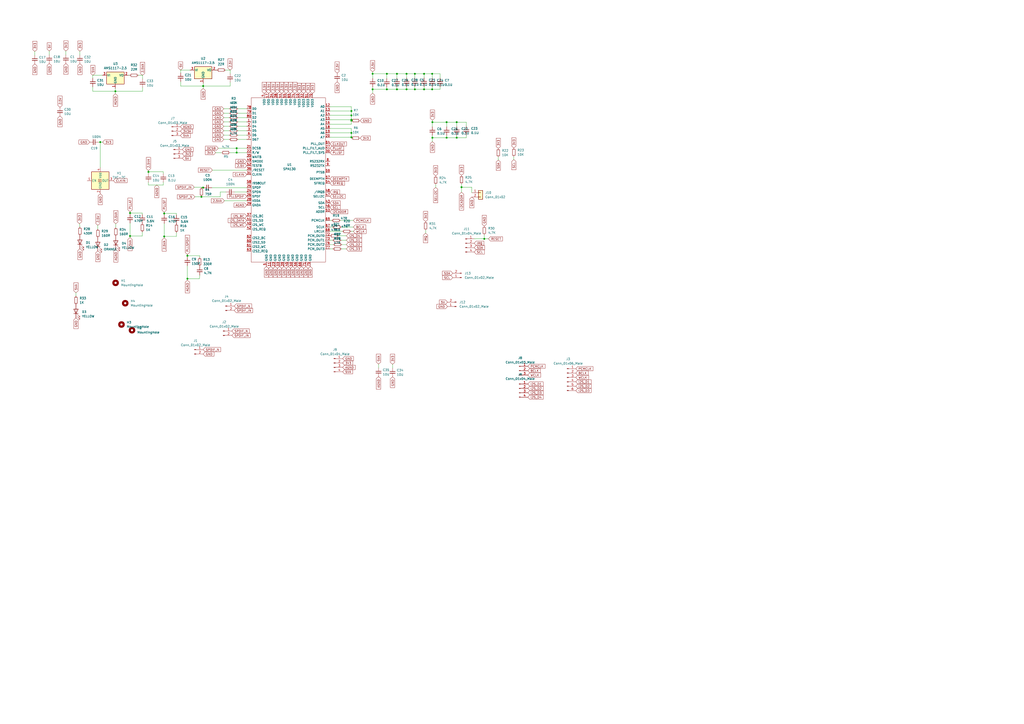
<source format=kicad_sch>
(kicad_sch (version 20230121) (generator eeschema)
  (paper "A2")
  (junction (at 116.84 114.173))
  (junction (at 137.287 88.519))
  (junction (at 259.08 70.866))
  (junction (at 245.999 51.816))
  (junction (at 235.839 42.799))
  (junction (at 250.698 42.799))
  (junction (at 108.712 161.671))
  (junction (at 95.25 123.825))
  (junction (at 267.716 108.585))
  (junction (at 240.665 42.799))
  (junction (at 245.999 42.799))
  (junction (at 216.154 42.799))
  (junction (at 250.825 70.866))
  (junction (at 86.106 99.695))
  (junction (at 203.835 77.089))
  (junction (at 75.438 123.571))
  (junction (at 224.409 51.816))
  (junction (at 250.825 79.883))
  (junction (at 95.25 137.16))
  (junction (at 259.08 79.883))
  (junction (at 216.154 51.816))
  (junction (at 66.929 52.959))
  (junction (at 203.835 79.629))
  (junction (at 230.251 42.799))
  (junction (at 58.166 82.423))
  (junction (at 235.839 51.816))
  (junction (at 137.287 85.979))
  (junction (at 264.922 70.866))
  (junction (at 203.835 64.389))
  (junction (at 280.924 138.557))
  (junction (at 75.438 136.906))
  (junction (at 264.922 79.883))
  (junction (at 240.665 51.816))
  (junction (at 117.856 49.911))
  (junction (at 203.835 69.469))
  (junction (at 203.835 66.929))
  (junction (at 117.856 108.839))
  (junction (at 203.835 69.977))
  (junction (at 224.409 42.799))
  (junction (at 108.712 148.336))
  (junction (at 230.251 51.816))
  (junction (at 250.698 51.816))
  (wire (pts (xy 298.069 90.932) (xy 298.069 92.583)))
  (wire (pts (xy 245.999 51.816) (xy 250.698 51.816)))
  (wire (pts (xy 108.712 161.671) (xy 108.712 162.56)))
  (wire (pts (xy 95.25 123.825) (xy 95.25 124.587)))
  (wire (pts (xy 20.193 32.004) (xy 20.193 29.845)))
  (wire (pts (xy 74.549 43.688) (xy 75.184 43.688)))
  (wire (pts (xy 216.154 42.799) (xy 216.154 45.466)))
  (wire (pts (xy 203.835 79.629) (xy 203.835 80.137)))
  (wire (pts (xy 82.55 124.46) (xy 82.55 123.571)))
  (wire (pts (xy 245.999 50.292) (xy 245.999 51.816)))
  (wire (pts (xy 117.856 51.308) (xy 117.856 49.911)))
  (wire (pts (xy 250.698 45.339) (xy 250.698 42.799)))
  (wire (pts (xy 227.711 213.487) (xy 227.711 211.328)))
  (wire (pts (xy 259.08 78.613) (xy 259.08 79.883)))
  (wire (pts (xy 94.742 99.695) (xy 86.106 99.695)))
  (wire (pts (xy 270.51 70.866) (xy 264.922 70.866)))
  (wire (pts (xy 46.101 129.794) (xy 46.355 131.572)))
  (wire (pts (xy 115.824 159.639) (xy 115.697 161.671)))
  (wire (pts (xy 270.51 79.883) (xy 264.922 79.883)))
  (wire (pts (xy 191.389 66.929) (xy 203.835 66.929)))
  (wire (pts (xy 82.677 50.8) (xy 82.677 52.959)))
  (wire (pts (xy 246.888 133.604) (xy 246.888 135.255)))
  (wire (pts (xy 95.25 129.667) (xy 95.25 137.16)))
  (wire (pts (xy 115.824 148.336) (xy 108.712 148.336)))
  (wire (pts (xy 94.742 100.711) (xy 94.742 99.695)))
  (wire (pts (xy 133.477 88.519) (xy 137.287 88.519)))
  (wire (pts (xy 94.742 105.791) (xy 94.742 107.315)))
  (wire (pts (xy 192.913 131.699) (xy 191.389 131.699)))
  (wire (pts (xy 203.835 61.849) (xy 191.389 61.849)))
  (wire (pts (xy 108.712 154.178) (xy 108.712 161.671)))
  (wire (pts (xy 289.052 91.186) (xy 289.052 92.837)))
  (wire (pts (xy 104.775 40.64) (xy 110.236 40.64)))
  (wire (pts (xy 58.166 82.423) (xy 57.15 82.423)))
  (wire (pts (xy 129.794 70.739) (xy 132.969 70.739)))
  (wire (pts (xy 75.438 123.571) (xy 75.438 124.333)))
  (wire (pts (xy 200.914 141.859) (xy 198.374 141.859)))
  (wire (pts (xy 191.389 79.629) (xy 203.835 79.629)))
  (wire (pts (xy 137.287 88.519) (xy 143.129 88.519)))
  (wire (pts (xy 224.409 51.816) (xy 216.154 51.816)))
  (wire (pts (xy 204.978 127.889) (xy 197.485 127.889)))
  (wire (pts (xy 115.824 149.352) (xy 115.824 148.336)))
  (wire (pts (xy 46.355 31.877) (xy 46.355 29.718)))
  (wire (pts (xy 192.913 139.319) (xy 191.389 139.319)))
  (wire (pts (xy 255.27 50.419) (xy 255.27 51.816)))
  (wire (pts (xy 122.936 108.839) (xy 143.129 108.839)))
  (wire (pts (xy 95.25 123.063) (xy 95.25 123.825)))
  (wire (pts (xy 129.794 65.659) (xy 132.969 65.659)))
  (wire (pts (xy 235.839 42.799) (xy 240.665 42.799)))
  (wire (pts (xy 130.175 116.459) (xy 143.129 116.459)))
  (wire (pts (xy 235.839 50.292) (xy 235.839 51.816)))
  (wire (pts (xy 66.929 54.356) (xy 66.929 52.959)))
  (wire (pts (xy 129.794 73.279) (xy 132.969 73.279)))
  (wire (pts (xy 137.287 85.979) (xy 143.129 85.979)))
  (wire (pts (xy 123.19 98.679) (xy 143.129 98.679)))
  (wire (pts (xy 129.794 78.359) (xy 132.969 78.359)))
  (wire (pts (xy 191.389 74.549) (xy 203.835 74.549)))
  (wire (pts (xy 200.914 139.319) (xy 197.993 139.319)))
  (wire (pts (xy 53.848 43.688) (xy 59.309 43.688)))
  (wire (pts (xy 104.775 47.371) (xy 104.775 49.911)))
  (wire (pts (xy 86.106 99.695) (xy 86.106 100.711)))
  (wire (pts (xy 138.049 70.739) (xy 143.129 70.739)))
  (wire (pts (xy 129.794 68.199) (xy 132.969 68.199)))
  (wire (pts (xy 95.25 137.16) (xy 102.362 137.16)))
  (wire (pts (xy 250.825 70.866) (xy 250.825 73.533)))
  (wire (pts (xy 138.049 80.899) (xy 143.129 80.899)))
  (wire (pts (xy 129.794 75.819) (xy 132.969 75.819)))
  (wire (pts (xy 273.685 108.585) (xy 267.716 108.585)))
  (wire (pts (xy 82.677 43.688) (xy 82.677 45.72)))
  (wire (pts (xy 28.575 31.75) (xy 28.575 29.591)))
  (wire (pts (xy 240.665 50.292) (xy 240.665 51.816)))
  (wire (pts (xy 102.362 123.825) (xy 95.25 123.825)))
  (wire (pts (xy 102.362 134.874) (xy 102.362 137.16)))
  (wire (pts (xy 53.848 45.339) (xy 53.848 43.688)))
  (wire (pts (xy 102.362 124.714) (xy 102.362 123.825)))
  (wire (pts (xy 59.563 82.423) (xy 58.166 82.423)))
  (wire (pts (xy 204.978 134.239) (xy 203.708 134.239)))
  (wire (pts (xy 95.25 137.16) (xy 95.25 138.049)))
  (wire (pts (xy 264.922 73.406) (xy 264.922 70.866)))
  (wire (pts (xy 86.106 98.933) (xy 86.106 99.695)))
  (wire (pts (xy 250.825 70.866) (xy 259.08 70.866)))
  (wire (pts (xy 200.914 144.399) (xy 198.12 144.399)))
  (wire (pts (xy 129.794 63.119) (xy 132.969 63.119)))
  (wire (pts (xy 240.665 42.799) (xy 245.999 42.799)))
  (wire (pts (xy 203.835 69.469) (xy 203.835 69.977)))
  (wire (pts (xy 38.227 31.75) (xy 38.227 29.591)))
  (wire (pts (xy 203.835 61.849) (xy 203.835 64.389)))
  (wire (pts (xy 193.294 141.859) (xy 191.389 141.859)))
  (wire (pts (xy 56.769 130.683) (xy 56.769 132.842)))
  (wire (pts (xy 267.716 106.807) (xy 267.716 108.585)))
  (wire (pts (xy 264.922 79.883) (xy 259.08 79.883)))
  (wire (pts (xy 191.389 77.089) (xy 203.835 77.089)))
  (wire (pts (xy 267.716 108.585) (xy 267.716 111.506)))
  (wire (pts (xy 259.08 73.533) (xy 259.08 70.866)))
  (wire (pts (xy 108.712 161.671) (xy 115.697 161.671)))
  (wire (pts (xy 259.08 79.883) (xy 250.825 79.883)))
  (wire (pts (xy 203.835 74.549) (xy 203.835 77.089)))
  (wire (pts (xy 203.835 77.089) (xy 203.835 79.629)))
  (wire (pts (xy 86.106 105.791) (xy 86.106 107.315)))
  (wire (pts (xy 203.835 66.929) (xy 203.835 69.469)))
  (wire (pts (xy 82.55 134.62) (xy 82.55 136.906)))
  (wire (pts (xy 133.477 40.64) (xy 133.477 42.672)))
  (wire (pts (xy 191.389 64.389) (xy 203.835 64.389)))
  (wire (pts (xy 125.095 88.519) (xy 128.397 88.519)))
  (wire (pts (xy 133.477 47.752) (xy 133.477 49.911)))
  (wire (pts (xy 117.856 49.911) (xy 117.856 48.26)))
  (wire (pts (xy 273.685 111.76) (xy 273.685 108.585)))
  (wire (pts (xy 116.84 108.839) (xy 117.856 108.839)))
  (wire (pts (xy 108.712 147.574) (xy 108.712 148.336)))
  (wire (pts (xy 108.712 148.336) (xy 108.712 149.098)))
  (wire (pts (xy 280.924 136.271) (xy 280.924 138.557)))
  (wire (pts (xy 200.914 136.779) (xy 196.469 136.779)))
  (wire (pts (xy 127.762 111.379) (xy 127.762 114.173)))
  (wire (pts (xy 270.51 73.279) (xy 270.51 70.866)))
  (wire (pts (xy 240.665 45.212) (xy 240.665 42.799)))
  (wire (pts (xy 75.438 136.906) (xy 75.438 137.795)))
  (wire (pts (xy 53.848 52.959) (xy 66.929 52.959)))
  (wire (pts (xy 275.082 138.557) (xy 280.924 138.557)))
  (wire (pts (xy 66.929 52.959) (xy 66.929 51.308)))
  (wire (pts (xy 138.049 78.359) (xy 143.129 78.359)))
  (wire (pts (xy 280.924 138.557) (xy 283.337 138.557)))
  (wire (pts (xy 115.824 154.559) (xy 115.824 154.432)))
  (wire (pts (xy 252.73 107.061) (xy 252.73 108.712)))
  (wire (pts (xy 104.775 42.291) (xy 104.775 40.64)))
  (wire (pts (xy 235.839 51.816) (xy 240.665 51.816)))
  (wire (pts (xy 86.106 107.315) (xy 94.742 107.315)))
  (wire (pts (xy 235.839 42.799) (xy 230.251 42.799)))
  (wire (pts (xy 53.848 50.419) (xy 53.848 52.959)))
  (wire (pts (xy 216.154 51.816) (xy 216.154 50.546)))
  (wire (pts (xy 75.438 136.906) (xy 82.55 136.906)))
  (wire (pts (xy 82.55 123.571) (xy 75.438 123.571)))
  (wire (pts (xy 245.999 45.212) (xy 245.999 42.799)))
  (wire (pts (xy 129.794 80.899) (xy 132.969 80.899)))
  (wire (pts (xy 44.069 169.799) (xy 44.069 171.704)))
  (wire (pts (xy 138.049 75.819) (xy 143.129 75.819)))
  (wire (pts (xy 250.698 51.816) (xy 255.27 51.816)))
  (wire (pts (xy 116.84 114.173) (xy 127.762 114.173)))
  (wire (pts (xy 82.677 52.959) (xy 66.929 52.959)))
  (wire (pts (xy 192.405 127.889) (xy 191.389 127.889)))
  (wire (pts (xy 224.409 42.799) (xy 230.251 42.799)))
  (wire (pts (xy 138.049 68.199) (xy 143.129 68.199)))
  (wire (pts (xy 67.183 129.794) (xy 67.183 131.953)))
  (wire (pts (xy 216.154 41.656) (xy 216.154 42.799)))
  (wire (pts (xy 250.825 79.883) (xy 250.825 78.613)))
  (wire (pts (xy 250.825 82.169) (xy 250.825 79.883)))
  (wire (pts (xy 75.438 122.809) (xy 75.438 123.571)))
  (wire (pts (xy 138.049 63.119) (xy 143.129 63.119)))
  (wire (pts (xy 136.144 111.379) (xy 143.129 111.379)))
  (wire (pts (xy 250.698 42.799) (xy 245.999 42.799)))
  (wire (pts (xy 230.251 51.816) (xy 224.409 51.816)))
  (wire (pts (xy 80.264 43.688) (xy 82.677 43.688)))
  (wire (pts (xy 230.251 50.419) (xy 230.251 51.816)))
  (wire (pts (xy 193.04 144.399) (xy 191.389 144.399)))
  (wire (pts (xy 191.389 69.469) (xy 203.835 69.469)))
  (wire (pts (xy 138.049 65.659) (xy 143.129 65.659)))
  (wire (pts (xy 235.839 45.212) (xy 235.839 42.799)))
  (wire (pts (xy 58.166 82.423) (xy 58.166 97.155)))
  (wire (pts (xy 198.628 134.239) (xy 191.389 134.239)))
  (wire (pts (xy 255.27 45.339) (xy 255.27 42.799)))
  (wire (pts (xy 250.825 69.723) (xy 250.825 70.866)))
  (wire (pts (xy 255.27 42.799) (xy 250.698 42.799)))
  (wire (pts (xy 240.665 51.816) (xy 245.999 51.816)))
  (wire (pts (xy 264.922 78.486) (xy 264.922 79.883)))
  (wire (pts (xy 203.835 64.389) (xy 203.835 66.929)))
  (wire (pts (xy 203.835 72.009) (xy 191.389 72.009)))
  (wire (pts (xy 203.835 69.977) (xy 203.835 72.009)))
  (wire (pts (xy 125.476 40.64) (xy 125.73 40.64)))
  (wire (pts (xy 133.477 49.911) (xy 117.856 49.911)))
  (wire (pts (xy 204.978 131.699) (xy 197.993 131.699)))
  (wire (pts (xy 259.08 70.866) (xy 264.922 70.866)))
  (wire (pts (xy 127.762 111.379) (xy 131.064 111.379)))
  (wire (pts (xy 104.775 49.911) (xy 117.856 49.911)))
  (wire (pts (xy 235.839 51.816) (xy 230.251 51.816)))
  (wire (pts (xy 117.856 108.839) (xy 117.856 108.585)))
  (wire (pts (xy 116.84 114.173) (xy 113.03 114.173)))
  (wire (pts (xy 224.409 45.466) (xy 224.409 42.799)))
  (wire (pts (xy 138.049 73.279) (xy 143.129 73.279)))
  (wire (pts (xy 130.81 40.64) (xy 133.477 40.64)))
  (wire (pts (xy 250.698 50.419) (xy 250.698 51.816)))
  (wire (pts (xy 75.438 129.413) (xy 75.438 136.906)))
  (wire (pts (xy 137.287 85.979) (xy 137.287 88.519)))
  (wire (pts (xy 216.154 42.799) (xy 224.409 42.799)))
  (wire (pts (xy 270.51 78.359) (xy 270.51 79.883)))
  (wire (pts (xy 230.251 45.339) (xy 230.251 42.799)))
  (wire (pts (xy 126.619 85.979) (xy 137.287 85.979)))
  (wire (pts (xy 112.649 108.585) (xy 117.856 108.585)))
  (wire (pts (xy 116.84 113.919) (xy 116.84 114.173)))
  (wire (pts (xy 224.409 50.546) (xy 224.409 51.816)))
  (wire (pts (xy 219.583 213.36) (xy 219.583 211.201)))
  (wire (pts (xy 216.154 54.102) (xy 216.154 51.816)))
  (global_label "GND" (shape input) (at 44.069 184.404 270) (property "Intersheetrefs" "${INTERSHEET_REFS}" (effects hide)))
  (global_label "2.5VA" (shape input) (at 82.677 43.688 90) (property "Intersheetrefs" "${INTERSHEET_REFS}" (effects hide)))
  (global_label "2.5V" (shape input) (at 56.769 130.683 90) (property "Intersheetrefs" "${INTERSHEET_REFS}" (effects hide)))
  (global_label "2.5V" (shape input) (at 160.909 54.229 90) (property "Intersheetrefs" "${INTERSHEET_REFS}" (effects hide)))
  (global_label "SCL" (shape input) (at 262.636 161.036 180) (property "Intersheetrefs" "${INTERSHEET_REFS}" (effects hide)))
  (global_label "PLLAF" (shape input) (at 75.438 122.809 90) (property "Intersheetrefs" "${INTERSHEET_REFS}" (effects hide)))
  (global_label "GND" (shape input) (at 46.355 144.272 270) (property "Intersheetrefs" "${INTERSHEET_REFS}" (effects hide)))
  (global_label "5V" (shape input) (at 259.588 175.26 180) (property "Intersheetrefs" "${INTERSHEET_REFS}" (effects hide)))
  (global_label "I2S_D3" (shape input) (at 200.914 144.399 0) (property "Intersheetrefs" "${INTERSHEET_REFS}" (effects hide)))
  (global_label "2.5V" (shape input) (at 216.154 41.656 90) (property "Intersheetrefs" "${INTERSHEET_REFS}" (effects hide)))
  (global_label "GND" (shape input) (at 167.259 154.559 270) (property "Intersheetrefs" "${INTERSHEET_REFS}" (effects hide)))
  (global_label "SDA" (shape input) (at 289.052 92.837 270) (property "Intersheetrefs" "${INTERSHEET_REFS}" (effects hide)))
  (global_label "GND" (shape input) (at 58.166 112.395 270) (property "Intersheetrefs" "${INTERSHEET_REFS}" (effects hide)))
  (global_label "GND" (shape input) (at 129.794 70.739 180) (property "Intersheetrefs" "${INTERSHEET_REFS}" (effects hide)))
  (global_label "2.5V" (shape input) (at 165.989 54.229 90) (property "Intersheetrefs" "${INTERSHEET_REFS}" (effects hide)))
  (global_label "3V3" (shape input) (at 181.229 54.229 90) (property "Intersheetrefs" "${INTERSHEET_REFS}" (effects hide)))
  (global_label "3V3" (shape input) (at 250.825 69.723 90) (property "Intersheetrefs" "${INTERSHEET_REFS}" (effects hide)))
  (global_label "GND" (shape input) (at 129.794 80.899 180) (property "Intersheetrefs" "${INTERSHEET_REFS}" (effects hide)))
  (global_label "3V3" (shape input) (at 208.915 80.137 0) (property "Intersheetrefs" "${INTERSHEET_REFS}" (effects hide)))
  (global_label "GND" (shape input) (at 143.129 93.599 180) (property "Intersheetrefs" "${INTERSHEET_REFS}" (effects hide)))
  (global_label "AGND" (shape input) (at 90.932 107.315 270) (property "Intersheetrefs" "${INTERSHEET_REFS}" (effects hide)))
  (global_label "SELI2C" (shape input) (at 191.389 113.919 0) (property "Intersheetrefs" "${INTERSHEET_REFS}" (effects hide)))
  (global_label "AGND" (shape input) (at 104.648 73.533 0) (property "Intersheetrefs" "${INTERSHEET_REFS}" (effects hide)))
  (global_label "3V3" (shape input) (at 176.149 54.229 90) (property "Intersheetrefs" "${INTERSHEET_REFS}" (effects hide)))
  (global_label "I2S_D2" (shape input) (at 200.914 141.859 0) (property "Intersheetrefs" "${INTERSHEET_REFS}" (effects hide)))
  (global_label "I2S_D4" (shape input) (at 200.914 136.779 0) (property "Intersheetrefs" "${INTERSHEET_REFS}" (effects hide)))
  (global_label "AGND" (shape input) (at 143.129 118.999 180) (property "Intersheetrefs" "${INTERSHEET_REFS}" (effects hide)))
  (global_label "CLKIN" (shape input) (at 65.786 104.775 0) (property "Intersheetrefs" "${INTERSHEET_REFS}" (effects hide)))
  (global_label "5V" (shape input) (at 105.791 91.821 0) (property "Intersheetrefs" "${INTERSHEET_REFS}" (effects hide)))
  (global_label "3V3" (shape input) (at 298.069 85.852 90) (property "Intersheetrefs" "${INTERSHEET_REFS}" (effects hide)))
  (global_label "GND" (shape input) (at 129.794 68.199 180) (property "Intersheetrefs" "${INTERSHEET_REFS}" (effects hide)))
  (global_label "I2CADDR" (shape input) (at 267.716 111.506 270) (property "Intersheetrefs" "${INTERSHEET_REFS}" (effects hide)))
  (global_label "SPDIF_N" (shape input) (at 113.03 114.173 180) (property "Intersheetrefs" "${INTERSHEET_REFS}" (effects hide)))
  (global_label "3V3" (shape input) (at 198.755 210.566 0) (property "Intersheetrefs" "${INTERSHEET_REFS}" (effects hide)))
  (global_label "CLKIN" (shape input) (at 143.129 101.219 180) (property "Intersheetrefs" "${INTERSHEET_REFS}" (effects hide)))
  (global_label "SELI2C" (shape input) (at 252.73 108.712 270) (property "Intersheetrefs" "${INTERSHEET_REFS}" (effects hide)))
  (global_label "GND" (shape input) (at 162.179 154.559 270) (property "Intersheetrefs" "${INTERSHEET_REFS}" (effects hide)))
  (global_label "3V3" (shape input) (at 38.227 29.591 90) (property "Intersheetrefs" "${INTERSHEET_REFS}" (effects hide)))
  (global_label "I2S_D2" (shape input) (at 306.197 225.298 0) (property "Intersheetrefs" "${INTERSHEET_REFS}" (effects hide)))
  (global_label "2.5V" (shape input) (at 143.129 96.139 180) (property "Intersheetrefs" "${INTERSHEET_REFS}" (effects hide)))
  (global_label "5VA" (shape input) (at 44.069 169.799 90) (property "Intersheetrefs" "${INTERSHEET_REFS}" (effects hide)))
  (global_label "WCLK" (shape input) (at 204.978 134.239 0) (property "Intersheetrefs" "${INTERSHEET_REFS}" (effects hide)))
  (global_label "GND" (shape input) (at 157.099 154.559 270) (property "Intersheetrefs" "${INTERSHEET_REFS}" (effects hide)))
  (global_label "2.5V" (shape input) (at 163.449 54.229 90) (property "Intersheetrefs" "${INTERSHEET_REFS}" (effects hide)))
  (global_label "GND" (shape input) (at 154.559 154.559 270) (property "Intersheetrefs" "${INTERSHEET_REFS}" (effects hide)))
  (global_label "I2S_D1" (shape input) (at 306.197 222.758 0) (property "Intersheetrefs" "${INTERSHEET_REFS}" (effects hide)))
  (global_label "CLKOUT" (shape input) (at 191.389 83.439 0) (property "Intersheetrefs" "${INTERSHEET_REFS}" (effects hide)))
  (global_label "SCL" (shape input) (at 275.082 146.177 0) (property "Intersheetrefs" "${INTERSHEET_REFS}" (effects hide)))
  (global_label "GND" (shape input) (at 280.924 131.191 90) (property "Intersheetrefs" "${INTERSHEET_REFS}" (effects hide)))
  (global_label "GND" (shape input) (at 273.685 114.3 270) (property "Intersheetrefs" "${INTERSHEET_REFS}" (effects hide)))
  (global_label "2.5V" (shape input) (at 158.369 54.229 90) (property "Intersheetrefs" "${INTERSHEET_REFS}" (effects hide)))
  (global_label "3V3" (shape input) (at 227.711 211.328 90) (property "Intersheetrefs" "${INTERSHEET_REFS}" (effects hide)))
  (global_label "SCL" (shape input) (at 191.389 120.269 0) (property "Intersheetrefs" "${INTERSHEET_REFS}" (effects hide)))
  (global_label "GND" (shape input) (at 198.755 208.026 0) (property "Intersheetrefs" "${INTERSHEET_REFS}" (effects hide)))
  (global_label "2.5V" (shape input) (at 153.289 54.229 90) (property "Intersheetrefs" "${INTERSHEET_REFS}" (effects hide)))
  (global_label "SDA" (shape input) (at 275.082 143.637 0) (property "Intersheetrefs" "${INTERSHEET_REFS}" (effects hide)))
  (global_label "I2S_D1" (shape input) (at 334.01 221.488 0) (property "Intersheetrefs" "${INTERSHEET_REFS}" (effects hide)))
  (global_label "5VA" (shape input) (at 104.648 78.613 0) (property "Intersheetrefs" "${INTERSHEET_REFS}" (effects hide)))
  (global_label "PLLSPDIF" (shape input) (at 143.129 113.919 180) (property "Intersheetrefs" "${INTERSHEET_REFS}" (effects hide)))
  (global_label "AGND" (shape input) (at 219.583 218.44 270) (property "Intersheetrefs" "${INTERSHEET_REFS}" (effects hide)))
  (global_label "DEEMPTH" (shape input) (at 191.389 103.759 0) (property "Intersheetrefs" "${INTERSHEET_REFS}" (effects hide)))
  (global_label "GND" (shape input) (at 195.58 47.498 270) (property "Intersheetrefs" "${INTERSHEET_REFS}" (effects hide)))
  (global_label "GND" (shape input) (at 174.879 154.559 270) (property "Intersheetrefs" "${INTERSHEET_REFS}" (effects hide)))
  (global_label "PCMCLK" (shape input) (at 306.197 212.471 0) (property "Intersheetrefs" "${INTERSHEET_REFS}" (effects hide)))
  (global_label "GND" (shape input) (at 117.856 205.359 0) (property "Intersheetrefs" "${INTERSHEET_REFS}" (effects hide)))
  (global_label "2.5VA" (shape input) (at 86.106 98.933 90) (property "Intersheetrefs" "${INTERSHEET_REFS}" (effects hide)))
  (global_label "GND" (shape input) (at 129.794 73.279 180) (property "Intersheetrefs" "${INTERSHEET_REFS}" (effects hide)))
  (global_label "2.5V" (shape input) (at 171.069 54.229 90) (property "Intersheetrefs" "${INTERSHEET_REFS}" (effects hide)))
  (global_label "5VA" (shape input) (at 53.848 43.688 90) (property "Intersheetrefs" "${INTERSHEET_REFS}" (effects hide)))
  (global_label "GND" (shape input) (at 28.575 36.83 270) (property "Intersheetrefs" "${INTERSHEET_REFS}" (effects hide)))
  (global_label "3V3" (shape input) (at 289.052 86.106 90) (property "Intersheetrefs" "${INTERSHEET_REFS}" (effects hide)))
  (global_label "2.5VA" (shape input) (at 67.183 129.794 90) (property "Intersheetrefs" "${INTERSHEET_REFS}" (effects hide)))
  (global_label "AGND" (shape input) (at 198.755 213.106 0) (property "Intersheetrefs" "${INTERSHEET_REFS}" (effects hide)))
  (global_label "5V" (shape input) (at 28.575 29.591 90) (property "Intersheetrefs" "${INTERSHEET_REFS}" (effects hide)))
  (global_label "PLLAF" (shape input) (at 191.389 85.979 0) (property "Intersheetrefs" "${INTERSHEET_REFS}" (effects hide)))
  (global_label "2.5V" (shape input) (at 34.798 62.23 90) (property "Intersheetrefs" "${INTERSHEET_REFS}" (effects hide)))
  (global_label "GND" (shape input) (at 227.711 218.567 270) (property "Intersheetrefs" "${INTERSHEET_REFS}" (effects hide)))
  (global_label "GND" (shape input) (at 34.798 67.31 270) (property "Intersheetrefs" "${INTERSHEET_REFS}" (effects hide)))
  (global_label "I2S_DATA" (shape input) (at 143.129 127.889 180) (property "Intersheetrefs" "${INTERSHEET_REFS}" (effects hide)))
  (global_label "GND" (shape input) (at 216.154 54.102 270) (property "Intersheetrefs" "${INTERSHEET_REFS}" (effects hide)))
  (global_label "I2S_D3" (shape input) (at 334.01 226.568 0) (property "Intersheetrefs" "${INTERSHEET_REFS}" (effects hide)))
  (global_label "AGND" (shape input) (at 108.712 162.56 270) (property "Intersheetrefs" "${INTERSHEET_REFS}" (effects hide)))
  (global_label "AGND" (shape input) (at 66.929 54.356 270) (property "Intersheetrefs" "${INTERSHEET_REFS}" (effects hide)))
  (global_label "GND" (shape input) (at 56.769 145.542 270) (property "Intersheetrefs" "${INTERSHEET_REFS}" (effects hide)))
  (global_label "5VA" (shape input) (at 198.755 215.646 0) (property "Intersheetrefs" "${INTERSHEET_REFS}" (effects hide)))
  (global_label "PCMCLK" (shape input) (at 204.978 127.889 0) (property "Intersheetrefs" "${INTERSHEET_REFS}" (effects hide)))
  (global_label "GND" (shape input) (at 259.588 177.8 180) (property "Intersheetrefs" "${INTERSHEET_REFS}" (effects hide)))
  (global_label "GND" (shape input) (at 129.794 63.119 180) (property "Intersheetrefs" "${INTERSHEET_REFS}" (effects hide)))
  (global_label "SDA" (shape input) (at 191.389 117.729 0) (property "Intersheetrefs" "${INTERSHEET_REFS}" (effects hide)))
  (global_label "IRQ" (shape input) (at 275.082 141.097 0) (property "Intersheetrefs" "${INTERSHEET_REFS}" (effects hide)))
  (global_label "I2S_BC" (shape input) (at 143.129 125.349 180) (property "Intersheetrefs" "${INTERSHEET_REFS}" (effects hide)))
  (global_label "3V3" (shape input) (at 105.791 89.281 0) (property "Intersheetrefs" "${INTERSHEET_REFS}" (effects hide)))
  (global_label "3V3" (shape input) (at 59.563 82.423 0) (property "Intersheetrefs" "${INTERSHEET_REFS}" (effects hide)))
  (global_label "I2S_D3" (shape input) (at 306.197 227.838 0) (property "Intersheetrefs" "${INTERSHEET_REFS}" (effects hide)))
  (global_label "PLLSF" (shape input) (at 95.25 123.063 90) (property "Intersheetrefs" "${INTERSHEET_REFS}" (effects hide)))
  (global_label "SPDIF_N" (shape input) (at 135.89 177.546 0) (property "Intersheetrefs" "${INTERSHEET_REFS}" (effects hide)))
  (global_label "3V3" (shape input) (at 178.689 54.229 90) (property "Intersheetrefs" "${INTERSHEET_REFS}" (effects hide)))
  (global_label "SPDIF_N" (shape input) (at 134.493 192.024 0) (property "Intersheetrefs" "${INTERSHEET_REFS}" (effects hide)))
  (global_label "BCLK" (shape input) (at 204.978 131.699 0) (property "Intersheetrefs" "${INTERSHEET_REFS}" (effects hide)))
  (global_label "GND" (shape input) (at 177.419 154.559 270) (property "Intersheetrefs" "${INTERSHEET_REFS}" (effects hide)))
  (global_label "DCSB" (shape input) (at 126.619 85.979 180) (property "Intersheetrefs" "${INTERSHEET_REFS}" (effects hide)))
  (global_label "2.5V" (shape input) (at 133.477 40.64 90) (property "Intersheetrefs" "${INTERSHEET_REFS}" (effects hide)))
  (global_label "IRQ" (shape input) (at 246.888 135.255 270) (property "Intersheetrefs" "${INTERSHEET_REFS}" (effects hide)))
  (global_label "GND" (shape input) (at 172.339 154.559 270) (property "Intersheetrefs" "${INTERSHEET_REFS}" (effects hide)))
  (global_label "GND" (shape input) (at 46.355 36.957 270) (property "Intersheetrefs" "${INTERSHEET_REFS}" (effects hide)))
  (global_label "3V3" (shape input) (at 252.73 101.981 90) (property "Intersheetrefs" "${INTERSHEET_REFS}" (effects hide)))
  (global_label "I2CADDR" (shape input) (at 191.389 122.809 0) (property "Intersheetrefs" "${INTERSHEET_REFS}" (effects hide)))
  (global_label "GND" (shape input) (at 129.794 65.659 180) (property "Intersheetrefs" "${INTERSHEET_REFS}" (effects hide)))
  (global_label "AGND" (shape input) (at 67.183 144.653 270) (property "Intersheetrefs" "${INTERSHEET_REFS}" (effects hide)))
  (global_label "GND" (shape input) (at 20.193 37.084 270) (property "Intersheetrefs" "${INTERSHEET_REFS}" (effects hide)))
  (global_label "SDA" (shape input) (at 262.636 158.496 180) (property "Intersheetrefs" "${INTERSHEET_REFS}" (effects hide)))
  (global_label "BCLK" (shape input) (at 306.197 215.011 0) (property "Intersheetrefs" "${INTERSHEET_REFS}" (effects hide)))
  (global_label "GND" (shape input) (at 117.856 51.308 270) (property "Intersheetrefs" "${INTERSHEET_REFS}" (effects hide)))
  (global_label "2.5VA" (shape input) (at 130.175 116.459 180) (property "Intersheetrefs" "${INTERSHEET_REFS}" (effects hide)))
  (global_label "GND" (shape input) (at 169.799 154.559 270) (property "Intersheetrefs" "${INTERSHEET_REFS}" (effects hide)))
  (global_label "IRQ" (shape input) (at 191.389 111.379 0) (property "Intersheetrefs" "${INTERSHEET_REFS}" (effects hide)))
  (global_label "SPDIF_IN" (shape input) (at 135.89 180.086 0) (property "Intersheetrefs" "${INTERSHEET_REFS}" (effects hide)))
  (global_label "I2S_D2" (shape input) (at 334.01 224.028 0) (property "Intersheetrefs" "${INTERSHEET_REFS}" (effects hide)))
  (global_label "GND" (shape input) (at 129.794 78.359 180) (property "Intersheetrefs" "${INTERSHEET_REFS}" (effects hide)))
  (global_label "3V3" (shape input) (at 46.101 129.794 90) (property "Intersheetrefs" "${INTERSHEET_REFS}" (effects hide)))
  (global_label "3V3" (shape input) (at 246.888 128.524 90) (property "Intersheetrefs" "${INTERSHEET_REFS}" (effects hide)))
  (global_label "I2S_D1" (shape input) (at 200.914 139.319 0) (property "Intersheetrefs" "${INTERSHEET_REFS}" (effects hide)))
  (global_label "GND" (shape input) (at 38.227 36.83 270) (property "Intersheetrefs" "${INTERSHEET_REFS}" (effects hide)))
  (global_label "GND" (shape input) (at 159.639 154.559 270) (property "Intersheetrefs" "${INTERSHEET_REFS}" (effects hide)))
  (global_label "2.5V" (shape input) (at 168.529 54.229 90) (property "Intersheetrefs" "${INTERSHEET_REFS}" (effects hide)))
  (global_label "RESET" (shape input) (at 283.337 138.557 0) (property "Intersheetrefs" "${INTERSHEET_REFS}" (effects hide)))
  (global_label "3V3" (shape input) (at 20.193 29.845 90) (property "Intersheetrefs" "${INTERSHEET_REFS}" (effects hide)))
  (global_label "GND" (shape input) (at 129.794 75.819 180) (property "Intersheetrefs" "${INTERSHEET_REFS}" (effects hide)))
  (global_label "2.5VA" (shape input) (at 75.438 137.795 270) (property "Intersheetrefs" "${INTERSHEET_REFS}" (effects hide)))
  (global_label "GND" (shape input) (at 179.959 154.559 270) (property "Intersheetrefs" "${INTERSHEET_REFS}" (effects hide)))
  (global_label "I2S_WC" (shape input) (at 143.129 130.429 180) (property "Intersheetrefs" "${INTERSHEET_REFS}" (effects hide)))
  (global_label "GND" (shape input) (at 208.915 69.977 0) (property "Intersheetrefs" "${INTERSHEET_REFS}" (effects hide)))
  (global_label "3V3" (shape input) (at 173.609 54.229 90) (property "Intersheetrefs" "${INTERSHEET_REFS}" (effects hide)))
  (global_label "2.5V" (shape input) (at 195.58 42.418 90) (property "Intersheetrefs" "${INTERSHEET_REFS}" (effects hide)))
  (global_label "2.5V" (shape input) (at 155.829 54.229 90) (property "Intersheetrefs" "${INTERSHEET_REFS}" (effects hide)))
  (global_label "GND" (shape input) (at 250.825 82.169 270) (property "Intersheetrefs" "${INTERSHEET_REFS}" (effects hide)))
  (global_label "I2S_D4" (shape input) (at 306.197 230.378 0) (property "Intersheetrefs" "${INTERSHEET_REFS}" (effects hide)))
  (global_label "PCMCLK" (shape input) (at 334.01 213.868 0) (property "Intersheetrefs" "${INTERSHEET_REFS}" (effects hide)))
  (global_label "SPDIF_IN" (shape input) (at 112.649 108.585 180) (property "Intersheetrefs" "${INTERSHEET_REFS}" (effects hide)))
  (global_label "PLLSPDIF" (shape input) (at 108.712 147.574 90) (property "Intersheetrefs" "${INTERSHEET_REFS}" (effects hide)))
  (global_label "GND" (shape input) (at 164.719 154.559 270) (property "Intersheetrefs" "${INTERSHEET_REFS}" (effects hide)))
  (global_label "WCLK" (shape input) (at 334.01 218.948 0) (property "Intersheetrefs" "${INTERSHEET_REFS}" (effects hide)))
  (global_label "PLLSF" (shape input) (at 191.389 88.519 0) (property "Intersheetrefs" "${INTERSHEET_REFS}" (effects hide)))
  (global_label "2.5VA" (shape input) (at 95.25 138.049 270) (property "Intersheetrefs" "${INTERSHEET_REFS}" (effects hide)))
  (global_label "3V3" (shape input) (at 46.355 29.718 90) (property "Intersheetrefs" "${INTERSHEET_REFS}" (effects hide)))
  (global_label "GND" (shape input) (at 52.07 82.423 180) (property "Intersheetrefs" "${INTERSHEET_REFS}" (effects hide)))
  (global_label "3V3" (shape input) (at 267.716 101.727 90) (property "Intersheetrefs" "${INTERSHEET_REFS}" (effects hide)))
  (global_label "BCLK" (shape input) (at 334.01 216.408 0) (property "Intersheetrefs" "${INTERSHEET_REFS}" (effects hide)))
  (global_label "3V3" (shape input) (at 125.095 88.519 180) (property "Intersheetrefs" "${INTERSHEET_REFS}" (effects hide)))
  (global_label "SFREQ" (shape input) (at 191.389 106.299 0) (property "Intersheetrefs" "${INTERSHEET_REFS}" (effects hide)))
  (global_label "SPDIF_N" (shape input) (at 117.856 202.819 0) (property "Intersheetrefs" "${INTERSHEET_REFS}" (effects hide)))
  (global_label "RESET" (shape input) (at 123.19 98.679 180) (property "Intersheetrefs" "${INTERSHEET_REFS}" (effects hide)))
  (global_label "5V" (shape input) (at 104.775 40.64 90) (property "Intersheetrefs" "${INTERSHEET_REFS}" (effects hide)))
  (global_label "SCL" (shape input) (at 298.069 92.583 270) (property "Intersheetrefs" "${INTERSHEET_REFS}" (effects hide)))
  (global_label "WCLK" (shape input) (at 306.197 217.551 0) (property "Intersheetrefs" "${INTERSHEET_REFS}" (effects hide)))
  (global_label "5VA" (shape input) (at 219.583 211.201 90) (property "Intersheetrefs" "${INTERSHEET_REFS}" (effects hide)))
  (global_label "GND" (shape input) (at 105.791 86.741 0) (property "Intersheetrefs" "${INTERSHEET_REFS}" (effects hide)))
  (global_label "3V3A" (shape input) (at 104.648 76.073 0) (property "Intersheetrefs" "${INTERSHEET_REFS}" (effects hide)))
  (global_label "SPDIF_IN" (shape input) (at 134.493 194.564 0) (property "Intersheetrefs" "${INTERSHEET_REFS}" (effects hide)))
  (symbol (lib_id "Device:C_Small") (at 133.477 45.212 0) (unit 1)
    (property "Reference" "C22" (at 135.89 43.9482 0) (effects (justify left)))
    (property "Value" "10U" (at 135.89 46.4882 0) (effects (justify left)))
    (property "Footprint" "Capacitor_SMD:C_1206_3216Metric_Pad1.33x1.80mm_HandSolder" (effects hide))
  )
  (symbol (lib_id "Device:C_Small") (at 216.154 48.006 0) (unit 1)
    (property "Reference" "C10" (at 218.821 46.7422 0) (effects (justify left)))
    (property "Value" "0.1U" (at 218.821 49.2822 0) (effects (justify left)))
    (property "Footprint" "Capacitor_SMD:C_0603_1608Metric_Pad1.08x0.95mm_HandSolder" (effects hide))
  )
  (symbol (lib_id "Device:C_Small") (at 34.798 64.77 0) (unit 1)
    (property "Reference" "C30" (at 37.211 63.5062 0) (effects (justify left)))
    (property "Value" "10U" (at 37.211 66.0462 0) (effects (justify left)))
    (property "Footprint" "Capacitor_SMD:C_1206_3216Metric_Pad1.33x1.80mm_HandSolder" (effects hide))
  )
  (symbol (lib_id "Connector:Conn_01x04_Male") (at 193.675 210.566 0) (unit 1)
    (property "Reference" "J9" (at 194.31 202.819 0))
    (property "Value" "Conn_01x04_Male" (at 194.31 205.359 0))
    (property "Footprint" "Connector_JST:JST_PH_B4B-PH-K_1x04_P2.00mm_Vertical" (effects hide))
  )
  (symbol (lib_id "Regulator_Linear:AMS1117-2.5") (at 117.856 40.64 0) (unit 1)
    (property "Reference" "U2" (at 117.856 33.909 0))
    (property "Value" "AMS1117-2.5" (at 117.856 36.449 0))
    (property "Footprint" "Package_TO_SOT_SMD:SOT-223" (effects hide))
    (property "Datasheet" "http://www.advanced-monolithic.com/pdf/ds1117.pdf" (effects hide))
  )
  (symbol (lib_id "Device:C_Small") (at 28.575 34.29 0) (unit 1)
    (property "Reference" "C18" (at 30.988 33.0262 0) (effects (justify left)))
    (property "Value" "10U" (at 30.988 35.5662 0) (effects (justify left)))
    (property "Footprint" "Capacitor_SMD:C_1206_3216Metric_Pad1.33x1.80mm_HandSolder" (effects hide))
  )
  (symbol (lib_id "Device:R_Small") (at 135.509 63.119 90) (unit 1)
    (property "Reference" "R3" (at 135.509 57.15 90))
    (property "Value" "4.7K" (at 135.509 59.69 90))
    (property "Footprint" "Resistor_SMD:R_0603_1608Metric_Pad0.98x0.95mm_HandSolder" (effects hide))
  )
  (symbol (lib_id "Connector:Conn_01x02_Male") (at 130.81 177.546 0) (unit 1)
    (property "Reference" "J4" (at 131.445 171.958 0))
    (property "Value" "Conn_01x02_Male" (at 131.445 174.498 0))
    (property "Footprint" "Connector_JST:JST_PH_B2B-PH-K_1x02_P2.00mm_Vertical" (effects hide))
  )
  (symbol (lib_id "Connector:Conn_01x02_Male") (at 129.413 192.024 0) (unit 1)
    (property "Reference" "J2" (at 130.048 186.817 0))
    (property "Value" "Conn_01x02_Male" (at 130.048 189.357 0))
    (property "Footprint" "Connector_PinHeader_2.54mm:PinHeader_1x02_P2.54mm_Vertical" (effects hide))
  )
  (symbol (lib_id "Device:R_Small") (at 195.834 141.859 90) (unit 1)
    (property "Reference" "R17" (at 195.834 135.89 90))
    (property "Value" "47R" (at 195.834 138.43 90))
    (property "Footprint" "Resistor_SMD:R_0805_2012Metric_Pad1.20x1.40mm_HandSolder" (effects hide))
  )
  (symbol (lib_id "Device:C_Small") (at 94.742 103.251 0) (unit 1)
    (property "Reference" "C13" (at 97.409 101.9872 0) (effects (justify left)))
    (property "Value" "0.1U" (at 97.409 104.5272 0) (effects (justify left)))
    (property "Footprint" "Capacitor_SMD:C_0603_1608Metric_Pad1.08x0.95mm_HandSolder" (effects hide))
  )
  (symbol (lib_id "Device:R_Small") (at 67.183 134.493 0) (unit 1)
    (property "Reference" "R34" (at 69.215 133.2229 0) (effects (justify left)))
    (property "Value" "160R" (at 69.215 135.7629 0) (effects (justify left)))
    (property "Footprint" "Resistor_SMD:R_0603_1608Metric_Pad0.98x0.95mm_HandSolder" (effects hide))
  )
  (symbol (lib_id "Device:C_Small") (at 255.27 47.879 0) (unit 1)
    (property "Reference" "C7" (at 257.937 46.6152 0) (effects (justify left)))
    (property "Value" "0.1U" (at 257.937 49.1552 0) (effects (justify left)))
    (property "Footprint" "Capacitor_SMD:C_0603_1608Metric_Pad1.08x0.95mm_HandSolder" (effects hide))
  )
  (symbol (lib_id "Device:C_Small") (at 264.922 75.946 0) (unit 1)
    (property "Reference" "C20" (at 267.589 74.6822 0) (effects (justify left)))
    (property "Value" "0.1U" (at 267.589 77.2222 0) (effects (justify left)))
    (property "Footprint" "Capacitor_SMD:C_0603_1608Metric_Pad1.08x0.95mm_HandSolder" (effects hide))
  )
  (symbol (lib_id "Connector_Generic:Conn_01x02") (at 278.765 111.76 0) (unit 1)
    (property "Reference" "J10" (at 281.432 111.7599 0) (effects (justify left)))
    (property "Value" "Conn_01x02" (at 281.432 114.2999 0) (effects (justify left)))
    (property "Footprint" "Connector_PinHeader_2.54mm:PinHeader_1x02_P2.54mm_Vertical" (effects hide))
  )
  (symbol (lib_id "Device:R_Small") (at 135.509 68.199 90) (unit 1)
    (property "Reference" "R1" (at 135.509 62.23 90))
    (property "Value" "4.7K" (at 135.509 64.77 90))
    (property "Footprint" "Resistor_SMD:R_0603_1608Metric_Pad0.98x0.95mm_HandSolder" (effects hide))
  )
  (symbol (lib_id "Device:R_Small") (at 267.716 104.267 0) (unit 1)
    (property "Reference" "R25" (at 269.748 102.9969 0) (effects (justify left)))
    (property "Value" "4.7K" (at 269.748 105.5369 0) (effects (justify left)))
    (property "Footprint" "Resistor_SMD:R_0603_1608Metric_Pad0.98x0.95mm_HandSolder" (effects hide))
  )
  (symbol (lib_id "Device:R_Small") (at 195.58 144.399 90) (unit 1)
    (property "Reference" "R15" (at 195.58 138.43 90))
    (property "Value" "47R" (at 195.58 140.97 90))
    (property "Footprint" "Resistor_SMD:R_0805_2012Metric_Pad1.20x1.40mm_HandSolder" (effects hide))
  )
  (symbol (lib_id "Device:R_Small") (at 44.069 174.244 0) (unit 1)
    (property "Reference" "R33" (at 46.101 172.9739 0) (effects (justify left)))
    (property "Value" "1K" (at 46.101 175.5139 0) (effects (justify left)))
    (property "Footprint" "Resistor_SMD:R_0603_1608Metric_Pad0.98x0.95mm_HandSolder" (effects hide))
  )
  (symbol (lib_id "Device:C_Small") (at 270.51 75.819 0) (unit 1)
    (property "Reference" "C23" (at 273.177 74.5552 0) (effects (justify left)))
    (property "Value" "0.1U" (at 273.177 77.0952 0) (effects (justify left)))
    (property "Footprint" "Capacitor_SMD:C_0603_1608Metric_Pad1.08x0.95mm_HandSolder" (effects hide))
  )
  (symbol (lib_id "Device:R_Small") (at 56.769 135.382 0) (unit 1)
    (property "Reference" "R29" (at 58.801 134.1119 0) (effects (justify left)))
    (property "Value" "160R" (at 58.801 136.6519 0) (effects (justify left)))
    (property "Footprint" "Resistor_SMD:R_0603_1608Metric_Pad0.98x0.95mm_HandSolder" (effects hide))
  )
  (symbol (lib_id "Device:C_Small") (at 46.355 34.417 0) (unit 1)
    (property "Reference" "C32" (at 48.768 33.1532 0) (effects (justify left)))
    (property "Value" "10U" (at 48.768 35.6932 0) (effects (justify left)))
    (property "Footprint" "Capacitor_SMD:C_1206_3216Metric_Pad1.33x1.80mm_HandSolder" (effects hide))
  )
  (symbol (lib_id "Device:LED") (at 44.069 180.594 90) (unit 1)
    (property "Reference" "D3" (at 47.498 180.9114 90) (effects (justify right)))
    (property "Value" "YELLOW" (at 47.498 183.4514 90) (effects (justify right)))
    (property "Footprint" "LED_SMD:LED_0805_2012Metric_Pad1.15x1.40mm_HandSolder" (effects hide))
  )
  (symbol (lib_id "Connector:Conn_01x03_Male") (at 100.711 89.281 0) (unit 1)
    (property "Reference" "J5" (at 101.346 81.915 0))
    (property "Value" "Conn_01x03_Male" (at 101.346 84.455 0))
    (property "Footprint" "Connector_JST:JST_PH_B3B-PH-K_1x03_P2.00mm_Vertical" (effects hide))
  )
  (symbol (lib_id "Connector:Conn_01x04_Male") (at 301.117 225.298 0) (unit 1)
    (property "Reference" "J6" (at 301.752 217.17 0))
    (property "Value" "Conn_01x04_Male" (at 301.752 219.71 0))
    (property "Footprint" "Connector_JST:JST_PH_B4B-PH-K_1x04_P2.00mm_Vertical" (effects hide))
  )
  (symbol (lib_id "Device:C_Small") (at 250.698 47.879 0) (unit 1)
    (property "Reference" "C24" (at 253.365 46.6152 0) (effects (justify left)))
    (property "Value" "0.1U" (at 253.365 49.1552 0) (effects (justify left)))
    (property "Footprint" "Capacitor_SMD:C_0603_1608Metric_Pad1.08x0.95mm_HandSolder" (effects hide))
  )
  (symbol (lib_id "Device:C_Small") (at 219.583 215.9 0) (unit 1)
    (property "Reference" "C35" (at 221.996 214.6362 0) (effects (justify left)))
    (property "Value" "10U" (at 221.996 217.1762 0) (effects (justify left)))
    (property "Footprint" "Capacitor_SMD:C_1206_3216Metric_Pad1.33x1.80mm_HandSolder" (effects hide))
  )
  (symbol (lib_id "Device:C_Small") (at 240.665 47.752 0) (unit 1)
    (property "Reference" "C5" (at 243.332 46.4882 0) (effects (justify left)))
    (property "Value" "0.1U" (at 243.332 49.0282 0) (effects (justify left)))
    (property "Footprint" "Capacitor_SMD:C_0603_1608Metric_Pad1.08x0.95mm_HandSolder" (effects hide))
  )
  (symbol (lib_id "Device:R_Small") (at 194.945 127.889 90) (unit 1)
    (property "Reference" "R19" (at 194.945 125.095 90))
    (property "Value" "47R" (at 199.517 126.619 90))
    (property "Footprint" "Resistor_SMD:R_0805_2012Metric_Pad1.20x1.40mm_HandSolder" (effects hide))
  )
  (symbol (lib_id "Device:R_Small") (at 128.27 40.64 90) (unit 1)
    (property "Reference" "R27" (at 128.27 34.671 90))
    (property "Value" "22R" (at 128.27 37.211 90))
    (property "Footprint" "Resistor_SMD:R_0805_2012Metric_Pad1.20x1.40mm_HandSolder" (effects hide))
  )
  (symbol (lib_id "Device:R_Small") (at 280.924 133.731 0) (unit 1)
    (property "Reference" "R30" (at 283.083 132.4609 0) (effects (justify left)))
    (property "Value" "4.7K" (at 283.083 135.0009 0) (effects (justify left)))
    (property "Footprint" "Resistor_SMD:R_0603_1608Metric_Pad0.98x0.95mm_HandSolder" (effects hide))
  )
  (symbol (lib_id "Device:C_Small") (at 54.61 82.423 270) (unit 1)
    (property "Reference" "C19" (at 52.705 85.979 90) (effects (justify left)))
    (property "Value" "100N" (at 53.34 79.375 90) (effects (justify left)))
    (property "Footprint" "Capacitor_SMD:C_0603_1608Metric_Pad1.08x0.95mm_HandSolder" (effects hide))
  )
  (symbol (lib_id "Audio:SPA130") (at 167.259 153.289 0) (unit 1)
    (property "Reference" "U1" (at 167.894 95.504 0))
    (property "Value" "SPA130" (at 167.894 98.044 0))
    (property "Footprint" "Package_QFP:LQFP-80_14x14mm_P0.65mm" (effects hide))
  )
  (symbol (lib_id "Mechanical:MountingHole") (at 72.644 175.895 0) (unit 1)
    (property "Reference" "H4" (at 75.692 174.6249 0) (effects (justify left)))
    (property "Value" "MountingHole" (at 75.692 177.1649 0) (effects (justify left)))
    (property "Footprint" "MountingHole:MountingHole_3.2mm_M3" (effects hide))
  )
  (symbol (lib_id "Device:C_Small") (at 82.55 127 0) (unit 1)
    (property "Reference" "C11" (at 84.963 125.7362 0) (effects (justify left)))
    (property "Value" "5.6N" (at 84.963 128.2762 0) (effects (justify left)))
    (property "Footprint" "Capacitor_SMD:C_0805_2012Metric_Pad1.18x1.45mm_HandSolder" (effects hide))
  )
  (symbol (lib_id "Device:R_Small") (at 201.168 134.239 90) (unit 1)
    (property "Reference" "R20" (at 201.168 128.27 90))
    (property "Value" "47R" (at 201.168 130.81 90))
    (property "Footprint" "Resistor_SMD:R_0805_2012Metric_Pad1.20x1.40mm_HandSolder" (effects hide))
  )
  (symbol (lib_id "Device:C_Small") (at 95.25 127.127 0) (unit 1)
    (property "Reference" "C16" (at 97.663 125.8632 0) (effects (justify left)))
    (property "Value" "470P" (at 97.663 128.4032 0) (effects (justify left)))
    (property "Footprint" "Capacitor_SMD:C_0805_2012Metric_Pad1.18x1.45mm_HandSolder" (effects hide))
  )
  (symbol (lib_id "Device:R_Small") (at 195.453 131.699 90) (unit 1)
    (property "Reference" "R21" (at 195.326 130.048 90))
    (property "Value" "47R" (at 199.898 131.445 90))
    (property "Footprint" "Resistor_SMD:R_0805_2012Metric_Pad1.20x1.40mm_HandSolder" (effects hide))
  )
  (symbol (lib_id "Device:R_Small") (at 193.929 136.779 90) (unit 1)
    (property "Reference" "R26" (at 193.929 130.81 90))
    (property "Value" "47R" (at 193.929 133.35 90))
    (property "Footprint" "Resistor_SMD:R_0805_2012Metric_Pad1.20x1.40mm_HandSolder" (effects hide))
  )
  (symbol (lib_id "Device:C_Small") (at 245.999 47.752 0) (unit 1)
    (property "Reference" "C25" (at 248.666 46.4882 0) (effects (justify left)))
    (property "Value" "0.1U" (at 248.666 49.0282 0) (effects (justify left)))
    (property "Footprint" "Capacitor_SMD:C_0603_1608Metric_Pad1.08x0.95mm_HandSolder" (effects hide))
  )
  (symbol (lib_id "Device:R_Small") (at 77.724 43.688 90) (unit 1)
    (property "Reference" "R32" (at 77.724 37.719 90))
    (property "Value" "22R" (at 77.724 40.259 90))
    (property "Footprint" "Resistor_SMD:R_0805_2012Metric_Pad1.20x1.40mm_HandSolder" (effects hide))
  )
  (symbol (lib_id "Oscillator:TXC-7C") (at 58.166 104.775 0) (unit 1)
    (property "Reference" "X1" (at 69.088 100.4443 0))
    (property "Value" "TXC-7C" (at 69.088 102.9843 0))
    (property "Footprint" "Oscillator:Oscillator_SMD_EuroQuartz_XO32-4Pin_3.2x2.5mm_HandSoldering" (effects hide))
    (property "Datasheet" "http://www.txccorp.com/download/products/osc/7C_o.pdf" (effects hide))
  )
  (symbol (lib_id "Device:C_Small") (at 75.438 126.873 0) (unit 1)
    (property "Reference" "C12" (at 77.851 125.6092 0) (effects (justify left)))
    (property "Value" "470P" (at 77.851 128.1492 0) (effects (justify left)))
    (property "Footprint" "Capacitor_SMD:C_0805_2012Metric_Pad1.18x1.45mm_HandSolder" (effects hide))
  )
  (symbol (lib_id "Connector:Conn_01x03_Male") (at 99.568 76.073 0) (unit 1)
    (property "Reference" "J7" (at 100.203 68.707 0))
    (property "Value" "Conn_01x03_Male" (at 100.203 71.247 0))
    (property "Footprint" "Connector_JST:JST_PH_B3B-PH-K_1x03_P2.00mm_Vertical" (effects hide))
  )
  (symbol (lib_id "Device:C_Small") (at 20.193 34.544 0) (unit 1)
    (property "Reference" "C17" (at 22.606 33.2802 0) (effects (justify left)))
    (property "Value" "10U" (at 22.606 35.8202 0) (effects (justify left)))
    (property "Footprint" "Capacitor_SMD:C_1206_3216Metric_Pad1.33x1.80mm_HandSolder" (effects hide))
  )
  (symbol (lib_id "Device:C_Small") (at 120.396 108.839 90) (unit 1)
    (property "Reference" "C3" (at 120.4023 101.727 90))
    (property "Value" "100N" (at 120.4023 104.267 90))
    (property "Footprint" "Capacitor_SMD:C_0805_2012Metric_Pad1.18x1.45mm_HandSolder" (effects hide))
  )
  (symbol (lib_id "Device:C_Small") (at 250.825 76.073 0) (unit 1)
    (property "Reference" "C6" (at 253.492 74.8092 0) (effects (justify left)))
    (property "Value" "0.1U" (at 253.492 77.3492 0) (effects (justify left)))
    (property "Footprint" "Capacitor_SMD:C_0603_1608Metric_Pad1.08x0.95mm_HandSolder" (effects hide))
  )
  (symbol (lib_id "Device:C_Small") (at 133.604 111.379 90) (unit 1)
    (property "Reference" "C4" (at 133.6103 104.267 90))
    (property "Value" "100N" (at 133.6103 106.807 90))
    (property "Footprint" "Capacitor_SMD:C_0805_2012Metric_Pad1.18x1.45mm_HandSolder" (effects hide))
  )
  (symbol (lib_id "Connector:Conn_01x02_Male") (at 267.716 161.036 180) (unit 1)
    (property "Reference" "J13" (at 269.494 158.4959 0) (effects (justify right)))
    (property "Value" "Conn_01x02_Male" (at 269.494 161.0359 0) (effects (justify right)))
    (property "Footprint" "Connector_JST:JST_PH_B2B-PH-K_1x02_P2.00mm_Vertical" (effects hide))
  )
  (symbol (lib_id "Device:R_Small") (at 135.509 78.359 90) (unit 1)
    (property "Reference" "R9" (at 135.509 72.39 90))
    (property "Value" "4.7K" (at 135.509 74.93 90))
    (property "Footprint" "Resistor_SMD:R_0603_1608Metric_Pad0.98x0.95mm_HandSolder" (effects hide))
  )
  (symbol (lib_id "Device:R_Small") (at 135.509 65.659 90) (unit 1)
    (property "Reference" "R2" (at 135.509 59.69 90))
    (property "Value" "4.7K" (at 135.509 62.23 90))
    (property "Footprint" "Resistor_SMD:R_0603_1608Metric_Pad0.98x0.95mm_HandSolder" (effects hide))
  )
  (symbol (lib_id "Connector:Conn_01x06_Male") (at 328.93 218.948 0) (unit 1)
    (property "Reference" "J3" (at 329.565 208.28 0))
    (property "Value" "Conn_01x06_Male" (at 329.565 210.82 0))
    (property "Footprint" "Connector_PinHeader_2.54mm:PinHeader_1x06_P2.54mm_Vertical" (effects hide))
  )
  (symbol (lib_id "Mechanical:MountingHole") (at 67.056 164.084 0) (unit 1)
    (property "Reference" "H1" (at 70.104 162.8139 0) (effects (justify left)))
    (property "Value" "MountingHole" (at 70.104 165.3539 0) (effects (justify left)))
    (property "Footprint" "MountingHole:MountingHole_3.2mm_M3" (effects hide))
  )
  (symbol (lib_id "Mechanical:MountingHole") (at 70.4694 188.2433 0) (unit 1)
    (property "Reference" "H3" (at 73.5174 186.9732 0) (effects (justify left)))
    (property "Value" "MountingHole" (at 73.5174 189.5132 0) (effects (justify left)))
    (property "Footprint" "MountingHole:MountingHole_3.2mm_M3" (effects hide))
  )
  (symbol (lib_id "Device:C_Small") (at 195.58 44.958 0) (unit 1)
    (property "Reference" "C2" (at 197.993 43.6942 0) (effects (justify left)))
    (property "Value" "10U" (at 197.993 46.2342 0) (effects (justify left)))
    (property "Footprint" "Capacitor_SMD:C_1206_3216Metric_Pad1.33x1.80mm_HandSolder" (effects hide))
  )
  (symbol (lib_id "Device:C_Small") (at 86.106 103.251 0) (unit 1)
    (property "Reference" "C14" (at 88.519 101.9872 0) (effects (justify left)))
    (property "Value" "10U" (at 88.519 104.5272 0) (effects (justify left)))
    (property "Footprint" "Capacitor_SMD:C_0805_2012Metric_Pad1.18x1.45mm_HandSolder" (effects hide))
  )
  (symbol (lib_id "Device:R_Small") (at 82.55 132.08 0) (unit 1)
    (property "Reference" "R14" (at 84.582 130.8099 0) (effects (justify left)))
    (property "Value" "1K" (at 84.582 133.3499 0) (effects (justify left)))
    (property "Footprint" "Resistor_SMD:R_0603_1608Metric_Pad0.98x0.95mm_HandSolder" (effects hide))
  )
  (symbol (lib_id "Device:C_Small") (at 235.839 47.752 0) (unit 1)
    (property "Reference" "C28" (at 238.506 46.4882 0) (effects (justify left)))
    (property "Value" "0.1U" (at 238.506 49.0282 0) (effects (justify left)))
    (property "Footprint" "Capacitor_SMD:C_0603_1608Metric_Pad1.08x0.95mm_HandSolder" (effects hide))
  )
  (symbol (lib_id "Device:C_Small") (at 224.409 48.006 0) (unit 1)
    (property "Reference" "C27" (at 227.076 46.7422 0) (effects (justify left)))
    (property "Value" "0.1U" (at 227.076 49.2822 0) (effects (justify left)))
    (property "Footprint" "Capacitor_SMD:C_0603_1608Metric_Pad1.08x0.95mm_HandSolder" (effects hide))
  )
  (symbol (lib_id "Device:R_Small") (at 246.888 131.064 0) (unit 1)
    (property "Reference" "R31" (at 248.92 129.7939 0) (effects (justify left)))
    (property "Value" "4.7K" (at 248.92 132.3339 0) (effects (justify left)))
    (property "Footprint" "Resistor_SMD:R_0603_1608Metric_Pad0.98x0.95mm_HandSolder" (effects hide))
  )
  (symbol (lib_id "Connector:Conn_01x02_Male") (at 112.776 202.819 0) (unit 1)
    (property "Reference" "J1" (at 113.411 197.612 0))
    (property "Value" "Conn_01x02_Male" (at 113.411 200.152 0))
    (property "Footprint" "Connector_PinHeader_2.54mm:PinHeader_1x02_P2.54mm_Vertical" (effects hide))
  )
  (symbol (lib_id "Device:R_Small") (at 130.937 88.519 90) (unit 1)
    (property "Reference" "R5" (at 131.064 90.805 90))
    (property "Value" "4.7K" (at 130.937 85.09 90))
    (property "Footprint" "Resistor_SMD:R_0603_1608Metric_Pad0.98x0.95mm_HandSolder" (effects hide))
  )
  (symbol (lib_id "Device:R_Small") (at 206.375 80.137 90) (unit 1)
    (property "Reference" "R6" (at 206.375 74.168 90))
    (property "Value" "10K" (at 206.375 76.708 90))
    (property "Footprint" "Resistor_SMD:R_0603_1608Metric_Pad0.98x0.95mm_HandSolder" (effects hide))
  )
  (symbol (lib_id "Mechanical:MountingHole") (at 76.5654 191.5453 0) (unit 1)
    (property "Reference" "H2" (at 79.6134 190.2752 0) (effects (justify left)))
    (property "Value" "MountingHole" (at 79.6134 192.8152 0) (effects (justify left)))
    (property "Footprint" "MountingHole:MountingHole_3.2mm_M3" (effects hide))
  )
  (symbol (lib_id "Connector:Conn_01x04_Male") (at 270.002 141.097 0) (unit 1)
    (property "Reference" "J11" (at 270.637 132.842 0))
    (property "Value" "Conn_01x04_Male" (at 270.637 135.382 0))
    (property "Footprint" "Connector_JST:JST_PH_B4B-PH-K_1x04_P2.00mm_Vertical" (effects hide))
  )
  (symbol (lib_id "Connector:Conn_01x03_Male") (at 301.117 215.011 0) (unit 1)
    (property "Reference" "J8" (at 301.752 207.645 0))
    (property "Value" "Conn_01x03_Male" (at 301.752 210.185 0))
    (property "Footprint" "Connector_JST:JST_PH_B3B-PH-K_1x03_P2.00mm_Vertical" (effects hide))
  )
  (symbol (lib_id "Device:R_Small") (at 102.362 132.334 0) (unit 1)
    (property "Reference" "R16" (at 104.394 131.0639 0) (effects (justify left)))
    (property "Value" "1K" (at 104.394 133.6039 0) (effects (justify left)))
    (property "Footprint" "Resistor_SMD:R_0603_1608Metric_Pad0.98x0.95mm_HandSolder" (effects hide))
  )
  (symbol (lib_id "Device:C_Small") (at 102.362 127.254 0) (unit 1)
    (property "Reference" "C15" (at 104.775 125.9902 0) (effects (justify left)))
    (property "Value" "5.6N" (at 104.775 128.5302 0) (effects (justify left)))
    (property "Footprint" "Capacitor_SMD:C_0805_2012Metric_Pad1.18x1.45mm_HandSolder" (effects hide))
  )
  (symbol (lib_id "Device:R_Small") (at 116.84 111.379 0) (unit 1)
    (property "Reference" "R4" (at 118.872 110.1089 0) (effects (justify left)))
    (property "Value" "75R" (at 118.872 112.6489 0) (effects (justify left)))
    (property "Footprint" "Resistor_SMD:R_0603_1608Metric_Pad0.98x0.95mm_HandSolder" (effects hide))
  )
  (symbol (lib_id "Device:C_Small") (at 227.711 216.027 0) (unit 1)
    (property "Reference" "C34" (at 230.124 214.7632 0) (effects (justify left)))
    (property "Value" "10U" (at 230.124 217.3032 0) (effects (justify left)))
    (property "Footprint" "Capacitor_SMD:C_1206_3216Metric_Pad1.33x1.80mm_HandSolder" (effects hide))
  )
  (symbol (lib_id "Regulator_Linear:AMS1117-2.5") (at 66.929 43.688 0) (unit 1)
    (property "Reference" "U3" (at 66.929 36.957 0))
    (property "Value" "AMS1117-2.5" (at 66.929 39.497 0))
    (property "Footprint" "Package_TO_SOT_SMD:SOT-223" (effects hide))
    (property "Datasheet" "http://www.advanced-monolithic.com/pdf/ds1117.pdf" (effects hide))
  )
  (symbol (lib_id "Device:R_Small") (at 135.509 80.899 90) (unit 1)
    (property "Reference" "R8" (at 135.509 74.93 90))
    (property "Value" "4.7K" (at 135.509 77.47 90))
    (property "Footprint" "Resistor_SMD:R_0603_1608Metric_Pad0.98x0.95mm_HandSolder" (effects hide))
  )
  (symbol (lib_id "Device:LED") (at 67.183 140.843 90) (unit 1)
    (property "Reference" "D4" (at 70.612 141.1604 90) (effects (justify right)))
    (property "Value" "YELLOW" (at 70.612 143.7004 90) (effects (justify right)))
    (property "Footprint" "LED_SMD:LED_0805_2012Metric_Pad1.15x1.40mm_HandSolder" (effects hide))
  )
  (symbol (lib_id "Device:R_Small") (at 252.73 104.521 0) (unit 1)
    (property "Reference" "R24" (at 254.762 103.2509 0) (effects (justify left)))
    (property "Value" "4.7K" (at 254.762 105.7909 0) (effects (justify left)))
    (property "Footprint" "Resistor_SMD:R_0603_1608Metric_Pad0.98x0.95mm_HandSolder" (effects hide))
  )
  (symbol (lib_id "Device:R_Small") (at 135.509 75.819 90) (unit 1)
    (property "Reference" "R10" (at 135.509 69.85 90))
    (property "Value" "4.7K" (at 135.509 72.39 90))
    (property "Footprint" "Resistor_SMD:R_0603_1608Metric_Pad0.98x0.95mm_HandSolder" (effects hide))
  )
  (symbol (lib_id "Device:R_Small") (at 289.052 88.646 0) (unit 1)
    (property "Reference" "R22" (at 291.084 87.3759 0) (effects (justify left)))
    (property "Value" "10K" (at 291.084 89.9159 0) (effects (justify left)))
    (property "Footprint" "Resistor_SMD:R_0603_1608Metric_Pad0.98x0.95mm_HandSolder" (effects hide))
  )
  (symbol (lib_id "Device:R_Small") (at 206.375 69.977 90) (unit 1)
    (property "Reference" "R7" (at 206.375 64.008 90))
    (property "Value" "10K" (at 206.375 66.548 90))
    (property "Footprint" "Resistor_SMD:R_0603_1608Metric_Pad0.98x0.95mm_HandSolder" (effects hide))
  )
  (symbol (lib_id "Connector:Conn_01x02_Male") (at 264.668 177.8 180) (unit 1)
    (property "Reference" "J12" (at 266.446 175.2599 0) (effects (justify right)))
    (property "Value" "Conn_01x02_Male" (at 266.446 177.7999 0) (effects (justify right)))
    (property "Footprint" "Connector_JST:JST_PH_B2B-PH-K_1x02_P2.00mm_Vertical" (effects hide))
  )
  (symbol (lib_id "Device:C_Small") (at 53.848 47.879 0) (unit 1)
    (property "Reference" "C31" (at 56.261 46.6152 0) (effects (justify left)))
    (property "Value" "10U" (at 56.261 49.1552 0) (effects (justify left)))
    (property "Footprint" "Capacitor_SMD:C_0805_2012Metric_Pad1.18x1.45mm_HandSolder" (effects hide))
  )
  (symbol (lib_id "Device:C_Small") (at 108.712 151.638 0) (unit 1)
    (property "Reference" "C9" (at 111.125 150.3742 0) (effects (justify left)))
    (property "Value" "150P" (at 111.125 152.9142 0) (effects (justify left)))
    (property "Footprint" "Capacitor_SMD:C_0805_2012Metric_Pad1.18x1.45mm_HandSolder" (effects hide))
  )
  (symbol (lib_id "Device:R_Small") (at 135.509 70.739 90) (unit 1)
    (property "Reference" "R12" (at 135.509 64.77 90))
    (property "Value" "4.7K" (at 135.509 67.31 90))
    (property "Footprint" "Resistor_SMD:R_0603_1608Metric_Pad0.98x0.95mm_HandSolder" (effects hide))
  )
  (symbol (lib_id "Device:LED") (at 46.355 140.462 90) (unit 1)
    (property "Reference" "D1" (at 49.784 140.7794 90) (effects (justify right)))
    (property "Value" "YELLOW" (at 49.784 143.3194 90) (effects (justify right)))
    (property "Footprint" "LED_SMD:LED_0805_2012Metric_Pad1.15x1.40mm_HandSolder" (effects hide))
  )
  (symbol (lib_id "Device:R_Small") (at 298.069 88.392 0) (unit 1)
    (property "Reference" "R23" (at 300.101 87.1219 0) (effects (justify left)))
    (property "Value" "10K" (at 300.101 89.6619 0) (effects (justify left)))
    (property "Footprint" "Resistor_SMD:R_0603_1608Metric_Pad0.98x0.95mm_HandSolder" (effects hide))
  )
  (symbol (lib_id "Device:C_Small") (at 38.227 34.29 0) (unit 1)
    (property "Reference" "C1" (at 40.64 33.0262 0) (effects (justify left)))
    (property "Value" "10U" (at 40.64 35.5662 0) (effects (justify left)))
    (property "Footprint" "Capacitor_SMD:C_1206_3216Metric_Pad1.33x1.80mm_HandSolder" (effects hide))
  )
  (symbol (lib_id "Device:LED") (at 56.769 141.732 90) (unit 1)
    (property "Reference" "D2" (at 60.198 142.0494 90) (effects (justify right)))
    (property "Value" "ORANGE" (at 60.198 144.5894 90) (effects (justify right)))
    (property "Footprint" "LED_SMD:LED_0805_2012Metric_Pad1.15x1.40mm_HandSolder" (effects hide))
  )
  (symbol (lib_id "Device:R_Small") (at 135.509 73.279 90) (unit 1)
    (property "Reference" "R11" (at 135.509 67.31 90))
    (property "Value" "4.7K" (at 135.509 69.85 90))
    (property "Footprint" "Resistor_SMD:R_0603_1608Metric_Pad0.98x0.95mm_HandSolder" (effects hide))
  )
  (symbol (lib_id "Device:C_Small") (at 230.251 47.879 0) (unit 1)
    (property "Reference" "C29" (at 232.918 46.6152 0) (effects (justify left)))
    (property "Value" "0.1U" (at 232.918 49.1552 0) (effects (justify left)))
    (property "Footprint" "Capacitor_SMD:C_0603_1608Metric_Pad1.08x0.95mm_HandSolder" (effects hide))
  )
  (symbol (lib_id "Device:C_Small") (at 259.08 76.073 0) (unit 1)
    (property "Reference" "C26" (at 261.747 74.8092 0) (effects (justify left)))
    (property "Value" "0.1U" (at 261.747 77.3492 0) (effects (justify left)))
    (property "Footprint" "Capacitor_SMD:C_0603_1608Metric_Pad1.08x0.95mm_HandSolder" (effects hide))
  )
  (symbol (lib_id "Device:R_Small") (at 115.824 151.892 0) (unit 1)
    (property "Reference" "R13" (at 117.856 150.6219 0) (effects (justify left)))
    (property "Value" "330R" (at 117.856 153.1619 0) (effects (justify left)))
    (property "Footprint" "Resistor_SMD:R_0603_1608Metric_Pad0.98x0.95mm_HandSolder" (effects hide))
  )
  (symbol (lib_id "Device:C_Small") (at 115.824 157.099 0) (unit 1)
    (property "Reference" "C8" (at 118.237 155.8352 0) (effects (justify left)))
    (property "Value" "4.7N" (at 118.237 158.3752 0) (effects (justify left)))
    (property "Footprint" "Capacitor_SMD:C_0805_2012Metric_Pad1.18x1.45mm_HandSolder" (effects hide))
  )
  (symbol (lib_id "Device:C_Small") (at 82.677 48.26 0) (unit 1)
    (property "Reference" "C33" (at 85.09 46.9962 0) (effects (justify left)))
    (property "Value" "10U" (at 85.09 49.5362 0) (effects (justify left)))
    (property "Footprint" "Capacitor_SMD:C_1206_3216Metric_Pad1.33x1.80mm_HandSolder" (effects hide))
  )
  (symbol (lib_id "Device:C_Small") (at 104.775 44.831 0) (unit 1)
    (property "Reference" "C21" (at 107.188 43.5672 0) (effects (justify left)))
    (property "Value" "10U" (at 107.188 46.1072 0) (effects (justify left)))
    (property "Footprint" "Capacitor_SMD:C_0805_2012Metric_Pad1.18x1.45mm_HandSolder" (effects hide))
  )
  (symbol (lib_id "Device:R_Small") (at 46.355 134.112 0) (unit 1)
    (property "Reference" "R28" (at 48.387 132.8419 0) (effects (justify left)))
    (property "Value" "430R" (at 48.387 135.3819 0) (effects (justify left)))
    (property "Footprint" "Resistor_SMD:R_0603_1608Metric_Pad0.98x0.95mm_HandSolder" (effects hide))
  )
  (symbol (lib_id "Device:R_Small") (at 195.453 139.319 90) (unit 1)
    (property "Reference" "R18" (at 195.453 133.35 90))
    (property "Value" "47R" (at 195.453 135.89 90))
    (property "Footprint" "Resistor_SMD:R_0805_2012Metric_Pad1.20x1.40mm_HandSolder" (effects hide))
  )
)
</source>
